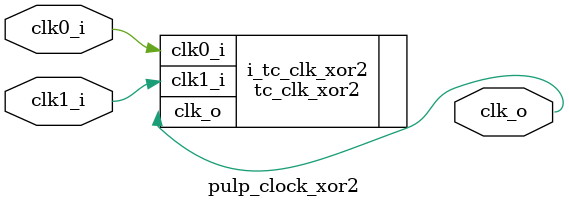
<source format=sv>

module pulp_clock_and2 (
  input  logic clk0_i,
  input  logic clk1_i,
  output logic clk_o
);

  tc_clk_and2 i_tc_clk_and2 (
    .clk0_i,
    .clk1_i,
    .clk_o
  );

endmodule

module pulp_clock_buffer (
  input  logic clk_i,
  output logic clk_o
);

  tc_clk_buffer i_tc_clk_buffer (
    .clk_i,
    .clk_o
  );

endmodule

// Description: Behavioral model of an integrated clock-gating cell (ICG)
module pulp_clock_gating (
   input  logic clk_i,
   input  logic en_i,
   input  logic test_en_i,
   output logic clk_o
);

  tc_clk_gating i_tc_clk_gating (
     .clk_i,
     .en_i,
     .test_en_i,
     .clk_o
  );

endmodule

module pulp_clock_inverter (
  input  logic clk_i,
  output logic clk_o
);

  tc_clk_inverter i_tc_clk_inverter (
    .clk_i,
    .clk_o
  );

endmodule

module pulp_clock_mux2 (
  input  logic clk0_i,
  input  logic clk1_i,
  input  logic clk_sel_i,
  output logic clk_o
);

  tc_clk_mux2 i_tc_clk_mux2 (
    .clk0_i,
    .clk1_i,
    .clk_sel_i,
    .clk_o
  );

endmodule

module pulp_clock_xor2 (
  input  logic clk0_i,
  input  logic clk1_i,
  output logic clk_o
);

  tc_clk_xor2 i_tc_clk_xor2 (
    .clk0_i,
    .clk1_i,
    .clk_o
  );

endmodule

`ifndef SYNTHESIS
module pulp_clock_delay(
  input  logic in_i,
  output logic out_o
);
  /* verilator lint_off ASSIGNDLY */
  assign #(300ps) out_o = in_i;
  /* verilator lint_on ASSIGNDLY */
endmodule
`endif



</source>
